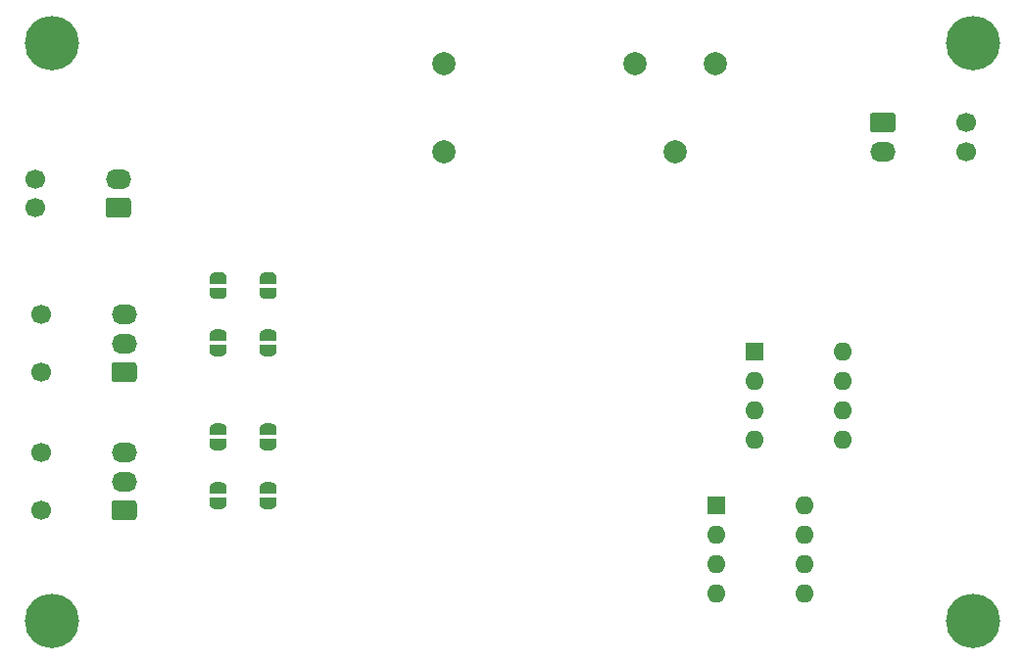
<source format=gbr>
%TF.GenerationSoftware,KiCad,Pcbnew,(5.1.10)-1*%
%TF.CreationDate,2022-02-21T21:55:40+01:00*%
%TF.ProjectId,BSPD-CV_3_0_01B,42535044-2d43-4565-9f33-5f305f303142,rev?*%
%TF.SameCoordinates,Original*%
%TF.FileFunction,Soldermask,Bot*%
%TF.FilePolarity,Negative*%
%FSLAX46Y46*%
G04 Gerber Fmt 4.6, Leading zero omitted, Abs format (unit mm)*
G04 Created by KiCad (PCBNEW (5.1.10)-1) date 2022-02-21 21:55:40*
%MOMM*%
%LPD*%
G01*
G04 APERTURE LIST*
%ADD10O,1.600000X1.600000*%
%ADD11R,1.600000X1.600000*%
%ADD12C,1.700000*%
%ADD13O,2.200000X1.700000*%
%ADD14C,4.700000*%
%ADD15C,2.000000*%
%ADD16C,0.100000*%
G04 APERTURE END LIST*
D10*
%TO.C,U15*%
X218059000Y-138023600D03*
X210439000Y-145643600D03*
X218059000Y-140563600D03*
X210439000Y-143103600D03*
X218059000Y-143103600D03*
X210439000Y-140563600D03*
X218059000Y-145643600D03*
D11*
X210439000Y-138023600D03*
%TD*%
D10*
%TO.C,U12*%
X221361000Y-124688600D03*
X213741000Y-132308600D03*
X221361000Y-127228600D03*
X213741000Y-129768600D03*
X221361000Y-129768600D03*
X213741000Y-127228600D03*
X221361000Y-132308600D03*
D11*
X213741000Y-124688600D03*
%TD*%
D12*
%TO.C,J3*%
X152078000Y-133430000D03*
X152078000Y-138430000D03*
D13*
X159258000Y-133430000D03*
X159258000Y-135930000D03*
G36*
G01*
X160358000Y-137830000D02*
X160358000Y-139030000D01*
G75*
G02*
X160108000Y-139280000I-250000J0D01*
G01*
X158408000Y-139280000D01*
G75*
G02*
X158158000Y-139030000I0J250000D01*
G01*
X158158000Y-137830000D01*
G75*
G02*
X158408000Y-137580000I250000J0D01*
G01*
X160108000Y-137580000D01*
G75*
G02*
X160358000Y-137830000I0J-250000D01*
G01*
G37*
%TD*%
D12*
%TO.C,J2*%
X152078000Y-121492000D03*
X152078000Y-126492000D03*
D13*
X159258000Y-121492000D03*
X159258000Y-123992000D03*
G36*
G01*
X160358000Y-125892000D02*
X160358000Y-127092000D01*
G75*
G02*
X160108000Y-127342000I-250000J0D01*
G01*
X158408000Y-127342000D01*
G75*
G02*
X158158000Y-127092000I0J250000D01*
G01*
X158158000Y-125892000D01*
G75*
G02*
X158408000Y-125642000I250000J0D01*
G01*
X160108000Y-125642000D01*
G75*
G02*
X160358000Y-125892000I0J-250000D01*
G01*
G37*
%TD*%
D12*
%TO.C,J4*%
X231995400Y-107402000D03*
X231995400Y-104902000D03*
D13*
X224815400Y-107402000D03*
G36*
G01*
X223715400Y-105502000D02*
X223715400Y-104302000D01*
G75*
G02*
X223965400Y-104052000I250000J0D01*
G01*
X225665400Y-104052000D01*
G75*
G02*
X225915400Y-104302000I0J-250000D01*
G01*
X225915400Y-105502000D01*
G75*
G02*
X225665400Y-105752000I-250000J0D01*
G01*
X223965400Y-105752000D01*
G75*
G02*
X223715400Y-105502000I0J250000D01*
G01*
G37*
%TD*%
D12*
%TO.C,J1*%
X151570000Y-109768000D03*
X151570000Y-112268000D03*
D13*
X158750000Y-109768000D03*
G36*
G01*
X159850000Y-111668000D02*
X159850000Y-112868000D01*
G75*
G02*
X159600000Y-113118000I-250000J0D01*
G01*
X157900000Y-113118000D01*
G75*
G02*
X157650000Y-112868000I0J250000D01*
G01*
X157650000Y-111668000D01*
G75*
G02*
X157900000Y-111418000I250000J0D01*
G01*
X159600000Y-111418000D01*
G75*
G02*
X159850000Y-111668000I0J-250000D01*
G01*
G37*
%TD*%
D14*
%TO.C,H4*%
X232588000Y-148000000D03*
%TD*%
%TO.C,H3*%
X153000000Y-148000000D03*
%TD*%
%TO.C,H2*%
X232588000Y-98000000D03*
%TD*%
%TO.C,H1*%
X153000000Y-98000000D03*
%TD*%
D15*
%TO.C,K101*%
X206878000Y-107432000D03*
X203378000Y-99832000D03*
X210378000Y-99832000D03*
X186878000Y-99832000D03*
X186878000Y-107432000D03*
%TD*%
D16*
%TO.C,JP54*%
G36*
X170954000Y-131930000D02*
G01*
X170954000Y-131430000D01*
X170954602Y-131430000D01*
X170954602Y-131405466D01*
X170959412Y-131356635D01*
X170968984Y-131308510D01*
X170983228Y-131261555D01*
X171002005Y-131216222D01*
X171025136Y-131172949D01*
X171052396Y-131132150D01*
X171083524Y-131094221D01*
X171118221Y-131059524D01*
X171156150Y-131028396D01*
X171196949Y-131001136D01*
X171240222Y-130978005D01*
X171285555Y-130959228D01*
X171332510Y-130944984D01*
X171380635Y-130935412D01*
X171429466Y-130930602D01*
X171454000Y-130930602D01*
X171454000Y-130930000D01*
X171954000Y-130930000D01*
X171954000Y-130930602D01*
X171978534Y-130930602D01*
X172027365Y-130935412D01*
X172075490Y-130944984D01*
X172122445Y-130959228D01*
X172167778Y-130978005D01*
X172211051Y-131001136D01*
X172251850Y-131028396D01*
X172289779Y-131059524D01*
X172324476Y-131094221D01*
X172355604Y-131132150D01*
X172382864Y-131172949D01*
X172405995Y-131216222D01*
X172424772Y-131261555D01*
X172439016Y-131308510D01*
X172448588Y-131356635D01*
X172453398Y-131405466D01*
X172453398Y-131430000D01*
X172454000Y-131430000D01*
X172454000Y-131930000D01*
X170954000Y-131930000D01*
G37*
G36*
X172453398Y-132730000D02*
G01*
X172453398Y-132754534D01*
X172448588Y-132803365D01*
X172439016Y-132851490D01*
X172424772Y-132898445D01*
X172405995Y-132943778D01*
X172382864Y-132987051D01*
X172355604Y-133027850D01*
X172324476Y-133065779D01*
X172289779Y-133100476D01*
X172251850Y-133131604D01*
X172211051Y-133158864D01*
X172167778Y-133181995D01*
X172122445Y-133200772D01*
X172075490Y-133215016D01*
X172027365Y-133224588D01*
X171978534Y-133229398D01*
X171954000Y-133229398D01*
X171954000Y-133230000D01*
X171454000Y-133230000D01*
X171454000Y-133229398D01*
X171429466Y-133229398D01*
X171380635Y-133224588D01*
X171332510Y-133215016D01*
X171285555Y-133200772D01*
X171240222Y-133181995D01*
X171196949Y-133158864D01*
X171156150Y-133131604D01*
X171118221Y-133100476D01*
X171083524Y-133065779D01*
X171052396Y-133027850D01*
X171025136Y-132987051D01*
X171002005Y-132943778D01*
X170983228Y-132898445D01*
X170968984Y-132851490D01*
X170959412Y-132803365D01*
X170954602Y-132754534D01*
X170954602Y-132730000D01*
X170954000Y-132730000D01*
X170954000Y-132230000D01*
X172454000Y-132230000D01*
X172454000Y-132730000D01*
X172453398Y-132730000D01*
G37*
%TD*%
%TO.C,JP53*%
G36*
X170954602Y-136510000D02*
G01*
X170954602Y-136485466D01*
X170959412Y-136436635D01*
X170968984Y-136388510D01*
X170983228Y-136341555D01*
X171002005Y-136296222D01*
X171025136Y-136252949D01*
X171052396Y-136212150D01*
X171083524Y-136174221D01*
X171118221Y-136139524D01*
X171156150Y-136108396D01*
X171196949Y-136081136D01*
X171240222Y-136058005D01*
X171285555Y-136039228D01*
X171332510Y-136024984D01*
X171380635Y-136015412D01*
X171429466Y-136010602D01*
X171454000Y-136010602D01*
X171454000Y-136010000D01*
X171954000Y-136010000D01*
X171954000Y-136010602D01*
X171978534Y-136010602D01*
X172027365Y-136015412D01*
X172075490Y-136024984D01*
X172122445Y-136039228D01*
X172167778Y-136058005D01*
X172211051Y-136081136D01*
X172251850Y-136108396D01*
X172289779Y-136139524D01*
X172324476Y-136174221D01*
X172355604Y-136212150D01*
X172382864Y-136252949D01*
X172405995Y-136296222D01*
X172424772Y-136341555D01*
X172439016Y-136388510D01*
X172448588Y-136436635D01*
X172453398Y-136485466D01*
X172453398Y-136510000D01*
X172454000Y-136510000D01*
X172454000Y-137010000D01*
X170954000Y-137010000D01*
X170954000Y-136510000D01*
X170954602Y-136510000D01*
G37*
G36*
X172454000Y-137310000D02*
G01*
X172454000Y-137810000D01*
X172453398Y-137810000D01*
X172453398Y-137834534D01*
X172448588Y-137883365D01*
X172439016Y-137931490D01*
X172424772Y-137978445D01*
X172405995Y-138023778D01*
X172382864Y-138067051D01*
X172355604Y-138107850D01*
X172324476Y-138145779D01*
X172289779Y-138180476D01*
X172251850Y-138211604D01*
X172211051Y-138238864D01*
X172167778Y-138261995D01*
X172122445Y-138280772D01*
X172075490Y-138295016D01*
X172027365Y-138304588D01*
X171978534Y-138309398D01*
X171954000Y-138309398D01*
X171954000Y-138310000D01*
X171454000Y-138310000D01*
X171454000Y-138309398D01*
X171429466Y-138309398D01*
X171380635Y-138304588D01*
X171332510Y-138295016D01*
X171285555Y-138280772D01*
X171240222Y-138261995D01*
X171196949Y-138238864D01*
X171156150Y-138211604D01*
X171118221Y-138180476D01*
X171083524Y-138145779D01*
X171052396Y-138107850D01*
X171025136Y-138067051D01*
X171002005Y-138023778D01*
X170983228Y-137978445D01*
X170968984Y-137931490D01*
X170959412Y-137883365D01*
X170954602Y-137834534D01*
X170954602Y-137810000D01*
X170954000Y-137810000D01*
X170954000Y-137310000D01*
X172454000Y-137310000D01*
G37*
%TD*%
%TO.C,JP52*%
G36*
X168135398Y-132730000D02*
G01*
X168135398Y-132754534D01*
X168130588Y-132803365D01*
X168121016Y-132851490D01*
X168106772Y-132898445D01*
X168087995Y-132943778D01*
X168064864Y-132987051D01*
X168037604Y-133027850D01*
X168006476Y-133065779D01*
X167971779Y-133100476D01*
X167933850Y-133131604D01*
X167893051Y-133158864D01*
X167849778Y-133181995D01*
X167804445Y-133200772D01*
X167757490Y-133215016D01*
X167709365Y-133224588D01*
X167660534Y-133229398D01*
X167636000Y-133229398D01*
X167636000Y-133230000D01*
X167136000Y-133230000D01*
X167136000Y-133229398D01*
X167111466Y-133229398D01*
X167062635Y-133224588D01*
X167014510Y-133215016D01*
X166967555Y-133200772D01*
X166922222Y-133181995D01*
X166878949Y-133158864D01*
X166838150Y-133131604D01*
X166800221Y-133100476D01*
X166765524Y-133065779D01*
X166734396Y-133027850D01*
X166707136Y-132987051D01*
X166684005Y-132943778D01*
X166665228Y-132898445D01*
X166650984Y-132851490D01*
X166641412Y-132803365D01*
X166636602Y-132754534D01*
X166636602Y-132730000D01*
X166636000Y-132730000D01*
X166636000Y-132230000D01*
X168136000Y-132230000D01*
X168136000Y-132730000D01*
X168135398Y-132730000D01*
G37*
G36*
X166636000Y-131930000D02*
G01*
X166636000Y-131430000D01*
X166636602Y-131430000D01*
X166636602Y-131405466D01*
X166641412Y-131356635D01*
X166650984Y-131308510D01*
X166665228Y-131261555D01*
X166684005Y-131216222D01*
X166707136Y-131172949D01*
X166734396Y-131132150D01*
X166765524Y-131094221D01*
X166800221Y-131059524D01*
X166838150Y-131028396D01*
X166878949Y-131001136D01*
X166922222Y-130978005D01*
X166967555Y-130959228D01*
X167014510Y-130944984D01*
X167062635Y-130935412D01*
X167111466Y-130930602D01*
X167136000Y-130930602D01*
X167136000Y-130930000D01*
X167636000Y-130930000D01*
X167636000Y-130930602D01*
X167660534Y-130930602D01*
X167709365Y-130935412D01*
X167757490Y-130944984D01*
X167804445Y-130959228D01*
X167849778Y-130978005D01*
X167893051Y-131001136D01*
X167933850Y-131028396D01*
X167971779Y-131059524D01*
X168006476Y-131094221D01*
X168037604Y-131132150D01*
X168064864Y-131172949D01*
X168087995Y-131216222D01*
X168106772Y-131261555D01*
X168121016Y-131308510D01*
X168130588Y-131356635D01*
X168135398Y-131405466D01*
X168135398Y-131430000D01*
X168136000Y-131430000D01*
X168136000Y-131930000D01*
X166636000Y-131930000D01*
G37*
%TD*%
%TO.C,JP51*%
G36*
X168136000Y-137310000D02*
G01*
X168136000Y-137810000D01*
X168135398Y-137810000D01*
X168135398Y-137834534D01*
X168130588Y-137883365D01*
X168121016Y-137931490D01*
X168106772Y-137978445D01*
X168087995Y-138023778D01*
X168064864Y-138067051D01*
X168037604Y-138107850D01*
X168006476Y-138145779D01*
X167971779Y-138180476D01*
X167933850Y-138211604D01*
X167893051Y-138238864D01*
X167849778Y-138261995D01*
X167804445Y-138280772D01*
X167757490Y-138295016D01*
X167709365Y-138304588D01*
X167660534Y-138309398D01*
X167636000Y-138309398D01*
X167636000Y-138310000D01*
X167136000Y-138310000D01*
X167136000Y-138309398D01*
X167111466Y-138309398D01*
X167062635Y-138304588D01*
X167014510Y-138295016D01*
X166967555Y-138280772D01*
X166922222Y-138261995D01*
X166878949Y-138238864D01*
X166838150Y-138211604D01*
X166800221Y-138180476D01*
X166765524Y-138145779D01*
X166734396Y-138107850D01*
X166707136Y-138067051D01*
X166684005Y-138023778D01*
X166665228Y-137978445D01*
X166650984Y-137931490D01*
X166641412Y-137883365D01*
X166636602Y-137834534D01*
X166636602Y-137810000D01*
X166636000Y-137810000D01*
X166636000Y-137310000D01*
X168136000Y-137310000D01*
G37*
G36*
X166636602Y-136510000D02*
G01*
X166636602Y-136485466D01*
X166641412Y-136436635D01*
X166650984Y-136388510D01*
X166665228Y-136341555D01*
X166684005Y-136296222D01*
X166707136Y-136252949D01*
X166734396Y-136212150D01*
X166765524Y-136174221D01*
X166800221Y-136139524D01*
X166838150Y-136108396D01*
X166878949Y-136081136D01*
X166922222Y-136058005D01*
X166967555Y-136039228D01*
X167014510Y-136024984D01*
X167062635Y-136015412D01*
X167111466Y-136010602D01*
X167136000Y-136010602D01*
X167136000Y-136010000D01*
X167636000Y-136010000D01*
X167636000Y-136010602D01*
X167660534Y-136010602D01*
X167709365Y-136015412D01*
X167757490Y-136024984D01*
X167804445Y-136039228D01*
X167849778Y-136058005D01*
X167893051Y-136081136D01*
X167933850Y-136108396D01*
X167971779Y-136139524D01*
X168006476Y-136174221D01*
X168037604Y-136212150D01*
X168064864Y-136252949D01*
X168087995Y-136296222D01*
X168106772Y-136341555D01*
X168121016Y-136388510D01*
X168130588Y-136436635D01*
X168135398Y-136485466D01*
X168135398Y-136510000D01*
X168136000Y-136510000D01*
X168136000Y-137010000D01*
X166636000Y-137010000D01*
X166636000Y-136510000D01*
X166636602Y-136510000D01*
G37*
%TD*%
%TO.C,JP44*%
G36*
X170954000Y-118864000D02*
G01*
X170954000Y-118364000D01*
X170954602Y-118364000D01*
X170954602Y-118339466D01*
X170959412Y-118290635D01*
X170968984Y-118242510D01*
X170983228Y-118195555D01*
X171002005Y-118150222D01*
X171025136Y-118106949D01*
X171052396Y-118066150D01*
X171083524Y-118028221D01*
X171118221Y-117993524D01*
X171156150Y-117962396D01*
X171196949Y-117935136D01*
X171240222Y-117912005D01*
X171285555Y-117893228D01*
X171332510Y-117878984D01*
X171380635Y-117869412D01*
X171429466Y-117864602D01*
X171454000Y-117864602D01*
X171454000Y-117864000D01*
X171954000Y-117864000D01*
X171954000Y-117864602D01*
X171978534Y-117864602D01*
X172027365Y-117869412D01*
X172075490Y-117878984D01*
X172122445Y-117893228D01*
X172167778Y-117912005D01*
X172211051Y-117935136D01*
X172251850Y-117962396D01*
X172289779Y-117993524D01*
X172324476Y-118028221D01*
X172355604Y-118066150D01*
X172382864Y-118106949D01*
X172405995Y-118150222D01*
X172424772Y-118195555D01*
X172439016Y-118242510D01*
X172448588Y-118290635D01*
X172453398Y-118339466D01*
X172453398Y-118364000D01*
X172454000Y-118364000D01*
X172454000Y-118864000D01*
X170954000Y-118864000D01*
G37*
G36*
X172453398Y-119664000D02*
G01*
X172453398Y-119688534D01*
X172448588Y-119737365D01*
X172439016Y-119785490D01*
X172424772Y-119832445D01*
X172405995Y-119877778D01*
X172382864Y-119921051D01*
X172355604Y-119961850D01*
X172324476Y-119999779D01*
X172289779Y-120034476D01*
X172251850Y-120065604D01*
X172211051Y-120092864D01*
X172167778Y-120115995D01*
X172122445Y-120134772D01*
X172075490Y-120149016D01*
X172027365Y-120158588D01*
X171978534Y-120163398D01*
X171954000Y-120163398D01*
X171954000Y-120164000D01*
X171454000Y-120164000D01*
X171454000Y-120163398D01*
X171429466Y-120163398D01*
X171380635Y-120158588D01*
X171332510Y-120149016D01*
X171285555Y-120134772D01*
X171240222Y-120115995D01*
X171196949Y-120092864D01*
X171156150Y-120065604D01*
X171118221Y-120034476D01*
X171083524Y-119999779D01*
X171052396Y-119961850D01*
X171025136Y-119921051D01*
X171002005Y-119877778D01*
X170983228Y-119832445D01*
X170968984Y-119785490D01*
X170959412Y-119737365D01*
X170954602Y-119688534D01*
X170954602Y-119664000D01*
X170954000Y-119664000D01*
X170954000Y-119164000D01*
X172454000Y-119164000D01*
X172454000Y-119664000D01*
X172453398Y-119664000D01*
G37*
%TD*%
%TO.C,JP43*%
G36*
X170954602Y-123302000D02*
G01*
X170954602Y-123277466D01*
X170959412Y-123228635D01*
X170968984Y-123180510D01*
X170983228Y-123133555D01*
X171002005Y-123088222D01*
X171025136Y-123044949D01*
X171052396Y-123004150D01*
X171083524Y-122966221D01*
X171118221Y-122931524D01*
X171156150Y-122900396D01*
X171196949Y-122873136D01*
X171240222Y-122850005D01*
X171285555Y-122831228D01*
X171332510Y-122816984D01*
X171380635Y-122807412D01*
X171429466Y-122802602D01*
X171454000Y-122802602D01*
X171454000Y-122802000D01*
X171954000Y-122802000D01*
X171954000Y-122802602D01*
X171978534Y-122802602D01*
X172027365Y-122807412D01*
X172075490Y-122816984D01*
X172122445Y-122831228D01*
X172167778Y-122850005D01*
X172211051Y-122873136D01*
X172251850Y-122900396D01*
X172289779Y-122931524D01*
X172324476Y-122966221D01*
X172355604Y-123004150D01*
X172382864Y-123044949D01*
X172405995Y-123088222D01*
X172424772Y-123133555D01*
X172439016Y-123180510D01*
X172448588Y-123228635D01*
X172453398Y-123277466D01*
X172453398Y-123302000D01*
X172454000Y-123302000D01*
X172454000Y-123802000D01*
X170954000Y-123802000D01*
X170954000Y-123302000D01*
X170954602Y-123302000D01*
G37*
G36*
X172454000Y-124102000D02*
G01*
X172454000Y-124602000D01*
X172453398Y-124602000D01*
X172453398Y-124626534D01*
X172448588Y-124675365D01*
X172439016Y-124723490D01*
X172424772Y-124770445D01*
X172405995Y-124815778D01*
X172382864Y-124859051D01*
X172355604Y-124899850D01*
X172324476Y-124937779D01*
X172289779Y-124972476D01*
X172251850Y-125003604D01*
X172211051Y-125030864D01*
X172167778Y-125053995D01*
X172122445Y-125072772D01*
X172075490Y-125087016D01*
X172027365Y-125096588D01*
X171978534Y-125101398D01*
X171954000Y-125101398D01*
X171954000Y-125102000D01*
X171454000Y-125102000D01*
X171454000Y-125101398D01*
X171429466Y-125101398D01*
X171380635Y-125096588D01*
X171332510Y-125087016D01*
X171285555Y-125072772D01*
X171240222Y-125053995D01*
X171196949Y-125030864D01*
X171156150Y-125003604D01*
X171118221Y-124972476D01*
X171083524Y-124937779D01*
X171052396Y-124899850D01*
X171025136Y-124859051D01*
X171002005Y-124815778D01*
X170983228Y-124770445D01*
X170968984Y-124723490D01*
X170959412Y-124675365D01*
X170954602Y-124626534D01*
X170954602Y-124602000D01*
X170954000Y-124602000D01*
X170954000Y-124102000D01*
X172454000Y-124102000D01*
G37*
%TD*%
%TO.C,JP42*%
G36*
X168135398Y-119664000D02*
G01*
X168135398Y-119688534D01*
X168130588Y-119737365D01*
X168121016Y-119785490D01*
X168106772Y-119832445D01*
X168087995Y-119877778D01*
X168064864Y-119921051D01*
X168037604Y-119961850D01*
X168006476Y-119999779D01*
X167971779Y-120034476D01*
X167933850Y-120065604D01*
X167893051Y-120092864D01*
X167849778Y-120115995D01*
X167804445Y-120134772D01*
X167757490Y-120149016D01*
X167709365Y-120158588D01*
X167660534Y-120163398D01*
X167636000Y-120163398D01*
X167636000Y-120164000D01*
X167136000Y-120164000D01*
X167136000Y-120163398D01*
X167111466Y-120163398D01*
X167062635Y-120158588D01*
X167014510Y-120149016D01*
X166967555Y-120134772D01*
X166922222Y-120115995D01*
X166878949Y-120092864D01*
X166838150Y-120065604D01*
X166800221Y-120034476D01*
X166765524Y-119999779D01*
X166734396Y-119961850D01*
X166707136Y-119921051D01*
X166684005Y-119877778D01*
X166665228Y-119832445D01*
X166650984Y-119785490D01*
X166641412Y-119737365D01*
X166636602Y-119688534D01*
X166636602Y-119664000D01*
X166636000Y-119664000D01*
X166636000Y-119164000D01*
X168136000Y-119164000D01*
X168136000Y-119664000D01*
X168135398Y-119664000D01*
G37*
G36*
X166636000Y-118864000D02*
G01*
X166636000Y-118364000D01*
X166636602Y-118364000D01*
X166636602Y-118339466D01*
X166641412Y-118290635D01*
X166650984Y-118242510D01*
X166665228Y-118195555D01*
X166684005Y-118150222D01*
X166707136Y-118106949D01*
X166734396Y-118066150D01*
X166765524Y-118028221D01*
X166800221Y-117993524D01*
X166838150Y-117962396D01*
X166878949Y-117935136D01*
X166922222Y-117912005D01*
X166967555Y-117893228D01*
X167014510Y-117878984D01*
X167062635Y-117869412D01*
X167111466Y-117864602D01*
X167136000Y-117864602D01*
X167136000Y-117864000D01*
X167636000Y-117864000D01*
X167636000Y-117864602D01*
X167660534Y-117864602D01*
X167709365Y-117869412D01*
X167757490Y-117878984D01*
X167804445Y-117893228D01*
X167849778Y-117912005D01*
X167893051Y-117935136D01*
X167933850Y-117962396D01*
X167971779Y-117993524D01*
X168006476Y-118028221D01*
X168037604Y-118066150D01*
X168064864Y-118106949D01*
X168087995Y-118150222D01*
X168106772Y-118195555D01*
X168121016Y-118242510D01*
X168130588Y-118290635D01*
X168135398Y-118339466D01*
X168135398Y-118364000D01*
X168136000Y-118364000D01*
X168136000Y-118864000D01*
X166636000Y-118864000D01*
G37*
%TD*%
%TO.C,JP41*%
G36*
X168136000Y-124102000D02*
G01*
X168136000Y-124602000D01*
X168135398Y-124602000D01*
X168135398Y-124626534D01*
X168130588Y-124675365D01*
X168121016Y-124723490D01*
X168106772Y-124770445D01*
X168087995Y-124815778D01*
X168064864Y-124859051D01*
X168037604Y-124899850D01*
X168006476Y-124937779D01*
X167971779Y-124972476D01*
X167933850Y-125003604D01*
X167893051Y-125030864D01*
X167849778Y-125053995D01*
X167804445Y-125072772D01*
X167757490Y-125087016D01*
X167709365Y-125096588D01*
X167660534Y-125101398D01*
X167636000Y-125101398D01*
X167636000Y-125102000D01*
X167136000Y-125102000D01*
X167136000Y-125101398D01*
X167111466Y-125101398D01*
X167062635Y-125096588D01*
X167014510Y-125087016D01*
X166967555Y-125072772D01*
X166922222Y-125053995D01*
X166878949Y-125030864D01*
X166838150Y-125003604D01*
X166800221Y-124972476D01*
X166765524Y-124937779D01*
X166734396Y-124899850D01*
X166707136Y-124859051D01*
X166684005Y-124815778D01*
X166665228Y-124770445D01*
X166650984Y-124723490D01*
X166641412Y-124675365D01*
X166636602Y-124626534D01*
X166636602Y-124602000D01*
X166636000Y-124602000D01*
X166636000Y-124102000D01*
X168136000Y-124102000D01*
G37*
G36*
X166636602Y-123302000D02*
G01*
X166636602Y-123277466D01*
X166641412Y-123228635D01*
X166650984Y-123180510D01*
X166665228Y-123133555D01*
X166684005Y-123088222D01*
X166707136Y-123044949D01*
X166734396Y-123004150D01*
X166765524Y-122966221D01*
X166800221Y-122931524D01*
X166838150Y-122900396D01*
X166878949Y-122873136D01*
X166922222Y-122850005D01*
X166967555Y-122831228D01*
X167014510Y-122816984D01*
X167062635Y-122807412D01*
X167111466Y-122802602D01*
X167136000Y-122802602D01*
X167136000Y-122802000D01*
X167636000Y-122802000D01*
X167636000Y-122802602D01*
X167660534Y-122802602D01*
X167709365Y-122807412D01*
X167757490Y-122816984D01*
X167804445Y-122831228D01*
X167849778Y-122850005D01*
X167893051Y-122873136D01*
X167933850Y-122900396D01*
X167971779Y-122931524D01*
X168006476Y-122966221D01*
X168037604Y-123004150D01*
X168064864Y-123044949D01*
X168087995Y-123088222D01*
X168106772Y-123133555D01*
X168121016Y-123180510D01*
X168130588Y-123228635D01*
X168135398Y-123277466D01*
X168135398Y-123302000D01*
X168136000Y-123302000D01*
X168136000Y-123802000D01*
X166636000Y-123802000D01*
X166636000Y-123302000D01*
X166636602Y-123302000D01*
G37*
%TD*%
M02*

</source>
